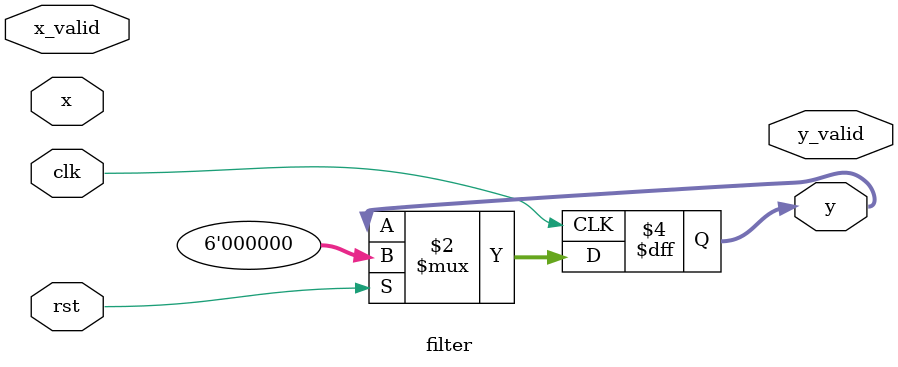
<source format=v>
module filter (
                  input [3:0] x,
                  input x_valid,
		  input rst,
		  input clk,
		  output y_valid,
                  output reg [5:0] y 
                  );
 
	always @(posedge clk) begin
		
		if (rst) begin

			y <= 0;
		end
	end

endmodule


</source>
